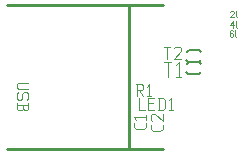
<source format=gbr>
G04 start of page 13 for group -4079 idx -4079 *
G04 Title: (unknown), topsilk *
G04 Creator: pcb 4.2.0 *
G04 CreationDate: Fri Jun 19 09:17:45 2020 UTC *
G04 For: commonadmin *
G04 Format: Gerber/RS-274X *
G04 PCB-Dimensions (mil): 6000.00 5000.00 *
G04 PCB-Coordinate-Origin: lower left *
%MOIN*%
%FSLAX25Y25*%
%LNTOPSILK*%
%ADD51C,0.0048*%
%ADD50C,0.0100*%
%ADD49C,0.0060*%
%ADD48C,0.0040*%
G54D48*X75000Y41645D02*X76060Y42970D01*
X75000Y41645D02*X76325D01*
X76060Y42970D02*Y40850D01*
X76961Y42970D02*Y41115D01*
X77226Y40850D01*
X75000Y46220D02*X75260Y46480D01*
X76040D01*
X76300Y46220D01*
Y45700D01*
X75000Y44400D02*X76300Y45700D01*
X75000Y44400D02*X76300D01*
X76924Y46480D02*Y44660D01*
X77184Y44400D01*
X75780Y39980D02*X76040Y39720D01*
X75260Y39980D02*X75780D01*
X75000Y39720D02*X75260Y39980D01*
X75000Y39720D02*Y38160D01*
X75260Y37900D01*
X75780Y39044D02*X76040Y38784D01*
X75000Y39044D02*X75780D01*
X75260Y37900D02*X75780D01*
X76040Y38160D01*
Y38784D02*Y38160D01*
X76664Y39980D02*Y38160D01*
X76924Y37900D01*
G54D49*X64600Y29400D02*X65400Y30200D01*
X61100Y29400D02*X64600D01*
X60400Y30100D02*X61100Y29400D01*
X61200Y33400D02*X60500Y32700D01*
X61200Y33400D02*X64700D01*
X65400Y32700D02*X64700Y33400D01*
X64600Y25400D02*X65400Y26200D01*
X61100Y25400D02*X64600D01*
X60400Y26100D02*X61100Y25400D01*
X61200Y29400D02*X60500Y28700D01*
X61200Y29400D02*X64700D01*
X65400Y28700D02*X64700Y29400D01*
G54D50*X750Y48500D02*X52750D01*
X750Y500D02*X52750D01*
X41250Y48500D02*Y500D01*
G54D48*X4340Y22500D02*X7770D01*
X4340D02*X3850Y22010D01*
Y21030D01*
X4340Y20540D01*
X7770D01*
Y17404D02*X7280Y16914D01*
X7770Y18874D02*Y17404D01*
X7280Y19364D02*X7770Y18874D01*
X6300Y19364D02*X7280D01*
X6300D02*X5810Y18874D01*
Y17404D01*
X5320Y16914D01*
X4340D02*X5320D01*
X3850Y17404D02*X4340Y16914D01*
X3850Y18874D02*Y17404D01*
X4340Y19364D02*X3850Y18874D01*
Y15738D02*Y13778D01*
X4340Y13288D01*
X5516D01*
X6006Y13778D02*X5516Y13288D01*
X6006Y15248D02*Y13778D01*
X3850Y15248D02*X7770D01*
Y15738D02*Y13778D01*
X7280Y13288D01*
X6496D02*X7280D01*
X6006Y13778D02*X6496Y13288D01*
X47000Y9000D02*Y7700D01*
X46300Y7000D02*X47000Y7700D01*
X43700Y7000D02*X46300D01*
X43700D02*X43000Y7700D01*
Y9000D02*Y7700D01*
X43800Y10200D02*X43000Y11000D01*
X47000D01*
Y11700D02*Y10200D01*
X52500Y8500D02*Y7200D01*
X51800Y6500D02*X52500Y7200D01*
X49200Y6500D02*X51800D01*
X49200D02*X48500Y7200D01*
Y8500D02*Y7200D01*
X49000Y9700D02*X48500Y10200D01*
Y11700D02*Y10200D01*
Y11700D02*X49000Y12200D01*
X50000D01*
X52500Y9700D02*X50000Y12200D01*
X52500D02*Y9700D01*
X43500Y22000D02*X45500D01*
X46000Y21500D01*
Y20500D01*
X45500Y20000D02*X46000Y20500D01*
X44000Y20000D02*X45500D01*
X44000Y22000D02*Y18000D01*
X44800Y20000D02*X46000Y18000D01*
X47200Y21200D02*X48000Y22000D01*
Y18000D01*
X47200D02*X48700D01*
X44500Y17500D02*Y13500D01*
X46500D01*
X47700Y15700D02*X49200D01*
X47700Y13500D02*X49700D01*
X47700Y17500D02*Y13500D01*
Y17500D02*X49700D01*
X51400D02*Y13500D01*
X52700Y17500D02*X53400Y16800D01*
Y14200D01*
X52700Y13500D02*X53400Y14200D01*
X50900Y13500D02*X52700D01*
X50900Y17500D02*X52700D01*
X54600Y16700D02*X55400Y17500D01*
Y13500D01*
X54600D02*X56100D01*
X53000Y34500D02*X55000D01*
X54000D02*Y30500D01*
X56200Y34000D02*X56700Y34500D01*
X58200D01*
X58700Y34000D01*
Y33000D01*
X56200Y30500D02*X58700Y33000D01*
X56200Y30500D02*X58700D01*
G54D51*X53000Y29290D02*X55420D01*
X54210D02*Y24450D01*
X56872Y28322D02*X57840Y29290D01*
Y24450D01*
X56872D02*X58687D01*
M02*

</source>
